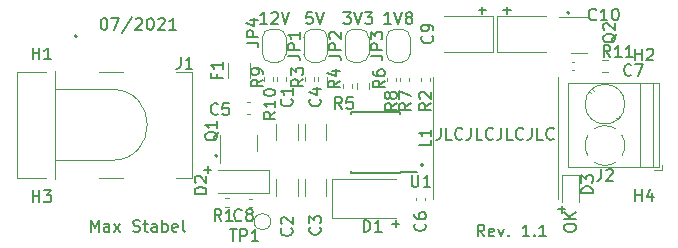
<source format=gto>
G04 #@! TF.GenerationSoftware,KiCad,Pcbnew,5.99.0-unknown-395602b12a~131~ubuntu20.04.1*
G04 #@! TF.CreationDate,2021-07-17T22:50:30+02:00*
G04 #@! TF.ProjectId,TPS5430,54505335-3433-4302-9e6b-696361645f70,1.0.0*
G04 #@! TF.SameCoordinates,Original*
G04 #@! TF.FileFunction,Legend,Top*
G04 #@! TF.FilePolarity,Positive*
%FSLAX46Y46*%
G04 Gerber Fmt 4.6, Leading zero omitted, Abs format (unit mm)*
G04 Created by KiCad (PCBNEW 5.99.0-unknown-395602b12a~131~ubuntu20.04.1) date 2021-07-17 22:50:30*
%MOMM*%
%LPD*%
G01*
G04 APERTURE LIST*
%ADD10C,0.150000*%
%ADD11C,0.200000*%
%ADD12C,0.120000*%
%ADD13C,0.100000*%
%ADD14R,2.500000X1.800000*%
%ADD15C,2.200000*%
%ADD16R,1.300000X1.700000*%
%ADD17R,1.550000X0.600000*%
%ADD18R,2.600000X3.100000*%
%ADD19C,1.000000*%
%ADD20R,4.100000X4.100000*%
%ADD21C,1.152000*%
%ADD22R,2.400000X2.400000*%
%ADD23C,2.400000*%
%ADD24R,2.800000X2.400000*%
%ADD25C,1.600000*%
%ADD26C,1.800000*%
G04 APERTURE END LIST*
D10*
X193252380Y-94795238D02*
X193252380Y-94604761D01*
X193300000Y-94509523D01*
X193395238Y-94414285D01*
X193585714Y-94366666D01*
X193919047Y-94366666D01*
X194109523Y-94414285D01*
X194204761Y-94509523D01*
X194252380Y-94604761D01*
X194252380Y-94795238D01*
X194204761Y-94890476D01*
X194109523Y-94985714D01*
X193919047Y-95033333D01*
X193585714Y-95033333D01*
X193395238Y-94985714D01*
X193300000Y-94890476D01*
X193252380Y-94795238D01*
X194252380Y-93938095D02*
X193252380Y-93938095D01*
X194252380Y-93366666D02*
X193680952Y-93795238D01*
X193252380Y-93366666D02*
X193823809Y-93938095D01*
D11*
X152000000Y-78500000D02*
G75*
G03*
X152000000Y-78500000I-100000J0D01*
G01*
X163900000Y-88600000D02*
G75*
G03*
X163900000Y-88600000I-100000J0D01*
G01*
X193700000Y-76500000D02*
G75*
G03*
X193700000Y-76500000I-100000J0D01*
G01*
X181300000Y-89400000D02*
G75*
G03*
X181300000Y-89400000I-100000J0D01*
G01*
D10*
X171909523Y-76452380D02*
X171433333Y-76452380D01*
X171385714Y-76928571D01*
X171433333Y-76880952D01*
X171528571Y-76833333D01*
X171766666Y-76833333D01*
X171861904Y-76880952D01*
X171909523Y-76928571D01*
X171957142Y-77023809D01*
X171957142Y-77261904D01*
X171909523Y-77357142D01*
X171861904Y-77404761D01*
X171766666Y-77452380D01*
X171528571Y-77452380D01*
X171433333Y-77404761D01*
X171385714Y-77357142D01*
X172242857Y-76452380D02*
X172576190Y-77452380D01*
X172909523Y-76452380D01*
X185995238Y-76307142D02*
X186604761Y-76307142D01*
X186300000Y-76611904D02*
X186300000Y-76002380D01*
X153171428Y-95052380D02*
X153171428Y-94052380D01*
X153504761Y-94766666D01*
X153838095Y-94052380D01*
X153838095Y-95052380D01*
X154742857Y-95052380D02*
X154742857Y-94528571D01*
X154695238Y-94433333D01*
X154600000Y-94385714D01*
X154409523Y-94385714D01*
X154314285Y-94433333D01*
X154742857Y-95004761D02*
X154647619Y-95052380D01*
X154409523Y-95052380D01*
X154314285Y-95004761D01*
X154266666Y-94909523D01*
X154266666Y-94814285D01*
X154314285Y-94719047D01*
X154409523Y-94671428D01*
X154647619Y-94671428D01*
X154742857Y-94623809D01*
X155123809Y-95052380D02*
X155647619Y-94385714D01*
X155123809Y-94385714D02*
X155647619Y-95052380D01*
X156742857Y-95004761D02*
X156885714Y-95052380D01*
X157123809Y-95052380D01*
X157219047Y-95004761D01*
X157266666Y-94957142D01*
X157314285Y-94861904D01*
X157314285Y-94766666D01*
X157266666Y-94671428D01*
X157219047Y-94623809D01*
X157123809Y-94576190D01*
X156933333Y-94528571D01*
X156838095Y-94480952D01*
X156790476Y-94433333D01*
X156742857Y-94338095D01*
X156742857Y-94242857D01*
X156790476Y-94147619D01*
X156838095Y-94100000D01*
X156933333Y-94052380D01*
X157171428Y-94052380D01*
X157314285Y-94100000D01*
X157600000Y-94385714D02*
X157980952Y-94385714D01*
X157742857Y-94052380D02*
X157742857Y-94909523D01*
X157790476Y-95004761D01*
X157885714Y-95052380D01*
X157980952Y-95052380D01*
X158742857Y-95052380D02*
X158742857Y-94528571D01*
X158695238Y-94433333D01*
X158600000Y-94385714D01*
X158409523Y-94385714D01*
X158314285Y-94433333D01*
X158742857Y-95004761D02*
X158647619Y-95052380D01*
X158409523Y-95052380D01*
X158314285Y-95004761D01*
X158266666Y-94909523D01*
X158266666Y-94814285D01*
X158314285Y-94719047D01*
X158409523Y-94671428D01*
X158647619Y-94671428D01*
X158742857Y-94623809D01*
X159219047Y-95052380D02*
X159219047Y-94052380D01*
X159219047Y-94433333D02*
X159314285Y-94385714D01*
X159504761Y-94385714D01*
X159600000Y-94433333D01*
X159647619Y-94480952D01*
X159695238Y-94576190D01*
X159695238Y-94861904D01*
X159647619Y-94957142D01*
X159600000Y-95004761D01*
X159504761Y-95052380D01*
X159314285Y-95052380D01*
X159219047Y-95004761D01*
X160504761Y-95004761D02*
X160409523Y-95052380D01*
X160219047Y-95052380D01*
X160123809Y-95004761D01*
X160076190Y-94909523D01*
X160076190Y-94528571D01*
X160123809Y-94433333D01*
X160219047Y-94385714D01*
X160409523Y-94385714D01*
X160504761Y-94433333D01*
X160552380Y-94528571D01*
X160552380Y-94623809D01*
X160076190Y-94719047D01*
X161123809Y-95052380D02*
X161028571Y-95004761D01*
X160980952Y-94909523D01*
X160980952Y-94052380D01*
X178695238Y-94357142D02*
X179304761Y-94357142D01*
X179000000Y-94661904D02*
X179000000Y-94052380D01*
X178580952Y-77452380D02*
X178009523Y-77452380D01*
X178295238Y-77452380D02*
X178295238Y-76452380D01*
X178200000Y-76595238D01*
X178104761Y-76690476D01*
X178009523Y-76738095D01*
X178866666Y-76452380D02*
X179200000Y-77452380D01*
X179533333Y-76452380D01*
X180009523Y-76880952D02*
X179914285Y-76833333D01*
X179866666Y-76785714D01*
X179819047Y-76690476D01*
X179819047Y-76642857D01*
X179866666Y-76547619D01*
X179914285Y-76500000D01*
X180009523Y-76452380D01*
X180200000Y-76452380D01*
X180295238Y-76500000D01*
X180342857Y-76547619D01*
X180390476Y-76642857D01*
X180390476Y-76690476D01*
X180342857Y-76785714D01*
X180295238Y-76833333D01*
X180200000Y-76880952D01*
X180009523Y-76880952D01*
X179914285Y-76928571D01*
X179866666Y-76976190D01*
X179819047Y-77071428D01*
X179819047Y-77261904D01*
X179866666Y-77357142D01*
X179914285Y-77404761D01*
X180009523Y-77452380D01*
X180200000Y-77452380D01*
X180295238Y-77404761D01*
X180342857Y-77357142D01*
X180390476Y-77261904D01*
X180390476Y-77071428D01*
X180342857Y-76976190D01*
X180295238Y-76928571D01*
X180200000Y-76880952D01*
X154247619Y-76952380D02*
X154342857Y-76952380D01*
X154438095Y-77000000D01*
X154485714Y-77047619D01*
X154533333Y-77142857D01*
X154580952Y-77333333D01*
X154580952Y-77571428D01*
X154533333Y-77761904D01*
X154485714Y-77857142D01*
X154438095Y-77904761D01*
X154342857Y-77952380D01*
X154247619Y-77952380D01*
X154152380Y-77904761D01*
X154104761Y-77857142D01*
X154057142Y-77761904D01*
X154009523Y-77571428D01*
X154009523Y-77333333D01*
X154057142Y-77142857D01*
X154104761Y-77047619D01*
X154152380Y-77000000D01*
X154247619Y-76952380D01*
X154914285Y-76952380D02*
X155580952Y-76952380D01*
X155152380Y-77952380D01*
X156676190Y-76904761D02*
X155819047Y-78190476D01*
X156961904Y-77047619D02*
X157009523Y-77000000D01*
X157104761Y-76952380D01*
X157342857Y-76952380D01*
X157438095Y-77000000D01*
X157485714Y-77047619D01*
X157533333Y-77142857D01*
X157533333Y-77238095D01*
X157485714Y-77380952D01*
X156914285Y-77952380D01*
X157533333Y-77952380D01*
X158152380Y-76952380D02*
X158247619Y-76952380D01*
X158342857Y-77000000D01*
X158390476Y-77047619D01*
X158438095Y-77142857D01*
X158485714Y-77333333D01*
X158485714Y-77571428D01*
X158438095Y-77761904D01*
X158390476Y-77857142D01*
X158342857Y-77904761D01*
X158247619Y-77952380D01*
X158152380Y-77952380D01*
X158057142Y-77904761D01*
X158009523Y-77857142D01*
X157961904Y-77761904D01*
X157914285Y-77571428D01*
X157914285Y-77333333D01*
X157961904Y-77142857D01*
X158009523Y-77047619D01*
X158057142Y-77000000D01*
X158152380Y-76952380D01*
X158866666Y-77047619D02*
X158914285Y-77000000D01*
X159009523Y-76952380D01*
X159247619Y-76952380D01*
X159342857Y-77000000D01*
X159390476Y-77047619D01*
X159438095Y-77142857D01*
X159438095Y-77238095D01*
X159390476Y-77380952D01*
X158819047Y-77952380D01*
X159438095Y-77952380D01*
X160390476Y-77952380D02*
X159819047Y-77952380D01*
X160104761Y-77952380D02*
X160104761Y-76952380D01*
X160009523Y-77095238D01*
X159914285Y-77190476D01*
X159819047Y-77238095D01*
X182780952Y-86252380D02*
X182780952Y-86966666D01*
X182733333Y-87109523D01*
X182638095Y-87204761D01*
X182495238Y-87252380D01*
X182400000Y-87252380D01*
X183733333Y-87252380D02*
X183257142Y-87252380D01*
X183257142Y-86252380D01*
X184638095Y-87157142D02*
X184590476Y-87204761D01*
X184447619Y-87252380D01*
X184352380Y-87252380D01*
X184209523Y-87204761D01*
X184114285Y-87109523D01*
X184066666Y-87014285D01*
X184019047Y-86823809D01*
X184019047Y-86680952D01*
X184066666Y-86490476D01*
X184114285Y-86395238D01*
X184209523Y-86300000D01*
X184352380Y-86252380D01*
X184447619Y-86252380D01*
X184590476Y-86300000D01*
X184638095Y-86347619D01*
X185352380Y-86252380D02*
X185352380Y-86966666D01*
X185304761Y-87109523D01*
X185209523Y-87204761D01*
X185066666Y-87252380D01*
X184971428Y-87252380D01*
X186304761Y-87252380D02*
X185828571Y-87252380D01*
X185828571Y-86252380D01*
X187209523Y-87157142D02*
X187161904Y-87204761D01*
X187019047Y-87252380D01*
X186923809Y-87252380D01*
X186780952Y-87204761D01*
X186685714Y-87109523D01*
X186638095Y-87014285D01*
X186590476Y-86823809D01*
X186590476Y-86680952D01*
X186638095Y-86490476D01*
X186685714Y-86395238D01*
X186780952Y-86300000D01*
X186923809Y-86252380D01*
X187019047Y-86252380D01*
X187161904Y-86300000D01*
X187209523Y-86347619D01*
X187923809Y-86252380D02*
X187923809Y-86966666D01*
X187876190Y-87109523D01*
X187780952Y-87204761D01*
X187638095Y-87252380D01*
X187542857Y-87252380D01*
X188876190Y-87252380D02*
X188400000Y-87252380D01*
X188400000Y-86252380D01*
X189780952Y-87157142D02*
X189733333Y-87204761D01*
X189590476Y-87252380D01*
X189495238Y-87252380D01*
X189352380Y-87204761D01*
X189257142Y-87109523D01*
X189209523Y-87014285D01*
X189161904Y-86823809D01*
X189161904Y-86680952D01*
X189209523Y-86490476D01*
X189257142Y-86395238D01*
X189352380Y-86300000D01*
X189495238Y-86252380D01*
X189590476Y-86252380D01*
X189733333Y-86300000D01*
X189780952Y-86347619D01*
X190495238Y-86252380D02*
X190495238Y-86966666D01*
X190447619Y-87109523D01*
X190352380Y-87204761D01*
X190209523Y-87252380D01*
X190114285Y-87252380D01*
X191447619Y-87252380D02*
X190971428Y-87252380D01*
X190971428Y-86252380D01*
X192352380Y-87157142D02*
X192304761Y-87204761D01*
X192161904Y-87252380D01*
X192066666Y-87252380D01*
X191923809Y-87204761D01*
X191828571Y-87109523D01*
X191780952Y-87014285D01*
X191733333Y-86823809D01*
X191733333Y-86680952D01*
X191780952Y-86490476D01*
X191828571Y-86395238D01*
X191923809Y-86300000D01*
X192066666Y-86252380D01*
X192161904Y-86252380D01*
X192304761Y-86300000D01*
X192352380Y-86347619D01*
X162745238Y-89807142D02*
X163354761Y-89807142D01*
X163050000Y-90111904D02*
X163050000Y-89502380D01*
X192745238Y-93157142D02*
X193354761Y-93157142D01*
X193050000Y-93461904D02*
X193050000Y-92852380D01*
X188095238Y-76307142D02*
X188704761Y-76307142D01*
X188400000Y-76611904D02*
X188400000Y-76002380D01*
X168080952Y-77452380D02*
X167509523Y-77452380D01*
X167795238Y-77452380D02*
X167795238Y-76452380D01*
X167700000Y-76595238D01*
X167604761Y-76690476D01*
X167509523Y-76738095D01*
X168461904Y-76547619D02*
X168509523Y-76500000D01*
X168604761Y-76452380D01*
X168842857Y-76452380D01*
X168938095Y-76500000D01*
X168985714Y-76547619D01*
X169033333Y-76642857D01*
X169033333Y-76738095D01*
X168985714Y-76880952D01*
X168414285Y-77452380D01*
X169033333Y-77452380D01*
X169319047Y-76452380D02*
X169652380Y-77452380D01*
X169985714Y-76452380D01*
X174561904Y-76452380D02*
X175180952Y-76452380D01*
X174847619Y-76833333D01*
X174990476Y-76833333D01*
X175085714Y-76880952D01*
X175133333Y-76928571D01*
X175180952Y-77023809D01*
X175180952Y-77261904D01*
X175133333Y-77357142D01*
X175085714Y-77404761D01*
X174990476Y-77452380D01*
X174704761Y-77452380D01*
X174609523Y-77404761D01*
X174561904Y-77357142D01*
X175466666Y-76452380D02*
X175800000Y-77452380D01*
X176133333Y-76452380D01*
X176371428Y-76452380D02*
X176990476Y-76452380D01*
X176657142Y-76833333D01*
X176800000Y-76833333D01*
X176895238Y-76880952D01*
X176942857Y-76928571D01*
X176990476Y-77023809D01*
X176990476Y-77261904D01*
X176942857Y-77357142D01*
X176895238Y-77404761D01*
X176800000Y-77452380D01*
X176514285Y-77452380D01*
X176419047Y-77404761D01*
X176371428Y-77357142D01*
X186490476Y-95452380D02*
X186157142Y-94976190D01*
X185919047Y-95452380D02*
X185919047Y-94452380D01*
X186300000Y-94452380D01*
X186395238Y-94500000D01*
X186442857Y-94547619D01*
X186490476Y-94642857D01*
X186490476Y-94785714D01*
X186442857Y-94880952D01*
X186395238Y-94928571D01*
X186300000Y-94976190D01*
X185919047Y-94976190D01*
X187300000Y-95404761D02*
X187204761Y-95452380D01*
X187014285Y-95452380D01*
X186919047Y-95404761D01*
X186871428Y-95309523D01*
X186871428Y-94928571D01*
X186919047Y-94833333D01*
X187014285Y-94785714D01*
X187204761Y-94785714D01*
X187300000Y-94833333D01*
X187347619Y-94928571D01*
X187347619Y-95023809D01*
X186871428Y-95119047D01*
X187680952Y-94785714D02*
X187919047Y-95452380D01*
X188157142Y-94785714D01*
X188538095Y-95357142D02*
X188585714Y-95404761D01*
X188538095Y-95452380D01*
X188490476Y-95404761D01*
X188538095Y-95357142D01*
X188538095Y-95452380D01*
X190300000Y-95452380D02*
X189728571Y-95452380D01*
X190014285Y-95452380D02*
X190014285Y-94452380D01*
X189919047Y-94595238D01*
X189823809Y-94690476D01*
X189728571Y-94738095D01*
X190728571Y-95357142D02*
X190776190Y-95404761D01*
X190728571Y-95452380D01*
X190680952Y-95404761D01*
X190728571Y-95357142D01*
X190728571Y-95452380D01*
X191728571Y-95452380D02*
X191157142Y-95452380D01*
X191442857Y-95452380D02*
X191442857Y-94452380D01*
X191347619Y-94595238D01*
X191252380Y-94690476D01*
X191157142Y-94738095D01*
X176261904Y-95052380D02*
X176261904Y-94052380D01*
X176500000Y-94052380D01*
X176642857Y-94100000D01*
X176738095Y-94195238D01*
X176785714Y-94290476D01*
X176833333Y-94480952D01*
X176833333Y-94623809D01*
X176785714Y-94814285D01*
X176738095Y-94909523D01*
X176642857Y-95004761D01*
X176500000Y-95052380D01*
X176261904Y-95052380D01*
X177785714Y-95052380D02*
X177214285Y-95052380D01*
X177500000Y-95052380D02*
X177500000Y-94052380D01*
X177404761Y-94195238D01*
X177309523Y-94290476D01*
X177214285Y-94338095D01*
X195957142Y-77057142D02*
X195909523Y-77104761D01*
X195766666Y-77152380D01*
X195671428Y-77152380D01*
X195528571Y-77104761D01*
X195433333Y-77009523D01*
X195385714Y-76914285D01*
X195338095Y-76723809D01*
X195338095Y-76580952D01*
X195385714Y-76390476D01*
X195433333Y-76295238D01*
X195528571Y-76200000D01*
X195671428Y-76152380D01*
X195766666Y-76152380D01*
X195909523Y-76200000D01*
X195957142Y-76247619D01*
X196909523Y-77152380D02*
X196338095Y-77152380D01*
X196623809Y-77152380D02*
X196623809Y-76152380D01*
X196528571Y-76295238D01*
X196433333Y-76390476D01*
X196338095Y-76438095D01*
X197528571Y-76152380D02*
X197623809Y-76152380D01*
X197719047Y-76200000D01*
X197766666Y-76247619D01*
X197814285Y-76342857D01*
X197861904Y-76533333D01*
X197861904Y-76771428D01*
X197814285Y-76961904D01*
X197766666Y-77057142D01*
X197719047Y-77104761D01*
X197623809Y-77152380D01*
X197528571Y-77152380D01*
X197433333Y-77104761D01*
X197385714Y-77057142D01*
X197338095Y-76961904D01*
X197290476Y-76771428D01*
X197290476Y-76533333D01*
X197338095Y-76342857D01*
X197385714Y-76247619D01*
X197433333Y-76200000D01*
X197528571Y-76152380D01*
X163947619Y-86595238D02*
X163900000Y-86690476D01*
X163804761Y-86785714D01*
X163661904Y-86928571D01*
X163614285Y-87023809D01*
X163614285Y-87119047D01*
X163852380Y-87071428D02*
X163804761Y-87166666D01*
X163709523Y-87261904D01*
X163519047Y-87309523D01*
X163185714Y-87309523D01*
X162995238Y-87261904D01*
X162900000Y-87166666D01*
X162852380Y-87071428D01*
X162852380Y-86880952D01*
X162900000Y-86785714D01*
X162995238Y-86690476D01*
X163185714Y-86642857D01*
X163519047Y-86642857D01*
X163709523Y-86690476D01*
X163804761Y-86785714D01*
X163852380Y-86880952D01*
X163852380Y-87071428D01*
X163852380Y-85690476D02*
X163852380Y-86261904D01*
X163852380Y-85976190D02*
X162852380Y-85976190D01*
X162995238Y-86071428D01*
X163090476Y-86166666D01*
X163138095Y-86261904D01*
X166352380Y-79033333D02*
X167066666Y-79033333D01*
X167209523Y-79080952D01*
X167304761Y-79176190D01*
X167352380Y-79319047D01*
X167352380Y-79414285D01*
X167352380Y-78557142D02*
X166352380Y-78557142D01*
X166352380Y-78176190D01*
X166400000Y-78080952D01*
X166447619Y-78033333D01*
X166542857Y-77985714D01*
X166685714Y-77985714D01*
X166780952Y-78033333D01*
X166828571Y-78080952D01*
X166876190Y-78176190D01*
X166876190Y-78557142D01*
X166685714Y-77128571D02*
X167352380Y-77128571D01*
X166304761Y-77366666D02*
X167019047Y-77604761D01*
X167019047Y-76985714D01*
X181457142Y-94366666D02*
X181504761Y-94414285D01*
X181552380Y-94557142D01*
X181552380Y-94652380D01*
X181504761Y-94795238D01*
X181409523Y-94890476D01*
X181314285Y-94938095D01*
X181123809Y-94985714D01*
X180980952Y-94985714D01*
X180790476Y-94938095D01*
X180695238Y-94890476D01*
X180600000Y-94795238D01*
X180552380Y-94652380D01*
X180552380Y-94557142D01*
X180600000Y-94414285D01*
X180647619Y-94366666D01*
X180552380Y-93509523D02*
X180552380Y-93700000D01*
X180600000Y-93795238D01*
X180647619Y-93842857D01*
X180790476Y-93938095D01*
X180980952Y-93985714D01*
X181361904Y-93985714D01*
X181457142Y-93938095D01*
X181504761Y-93890476D01*
X181552380Y-93795238D01*
X181552380Y-93604761D01*
X181504761Y-93509523D01*
X181457142Y-93461904D01*
X181361904Y-93414285D01*
X181123809Y-93414285D01*
X181028571Y-93461904D01*
X180980952Y-93509523D01*
X180933333Y-93604761D01*
X180933333Y-93795238D01*
X180980952Y-93890476D01*
X181028571Y-93938095D01*
X181123809Y-93985714D01*
X165933333Y-94057142D02*
X165885714Y-94104761D01*
X165742857Y-94152380D01*
X165647619Y-94152380D01*
X165504761Y-94104761D01*
X165409523Y-94009523D01*
X165361904Y-93914285D01*
X165314285Y-93723809D01*
X165314285Y-93580952D01*
X165361904Y-93390476D01*
X165409523Y-93295238D01*
X165504761Y-93200000D01*
X165647619Y-93152380D01*
X165742857Y-93152380D01*
X165885714Y-93200000D01*
X165933333Y-93247619D01*
X166504761Y-93580952D02*
X166409523Y-93533333D01*
X166361904Y-93485714D01*
X166314285Y-93390476D01*
X166314285Y-93342857D01*
X166361904Y-93247619D01*
X166409523Y-93200000D01*
X166504761Y-93152380D01*
X166695238Y-93152380D01*
X166790476Y-93200000D01*
X166838095Y-93247619D01*
X166885714Y-93342857D01*
X166885714Y-93390476D01*
X166838095Y-93485714D01*
X166790476Y-93533333D01*
X166695238Y-93580952D01*
X166504761Y-93580952D01*
X166409523Y-93628571D01*
X166361904Y-93676190D01*
X166314285Y-93771428D01*
X166314285Y-93961904D01*
X166361904Y-94057142D01*
X166409523Y-94104761D01*
X166504761Y-94152380D01*
X166695238Y-94152380D01*
X166790476Y-94104761D01*
X166838095Y-94057142D01*
X166885714Y-93961904D01*
X166885714Y-93771428D01*
X166838095Y-93676190D01*
X166790476Y-93628571D01*
X166695238Y-93580952D01*
X199238095Y-92452380D02*
X199238095Y-91452380D01*
X199238095Y-91928571D02*
X199809523Y-91928571D01*
X199809523Y-92452380D02*
X199809523Y-91452380D01*
X200714285Y-91785714D02*
X200714285Y-92452380D01*
X200476190Y-91404761D02*
X200238095Y-92119047D01*
X200857142Y-92119047D01*
X162952380Y-91838095D02*
X161952380Y-91838095D01*
X161952380Y-91600000D01*
X162000000Y-91457142D01*
X162095238Y-91361904D01*
X162190476Y-91314285D01*
X162380952Y-91266666D01*
X162523809Y-91266666D01*
X162714285Y-91314285D01*
X162809523Y-91361904D01*
X162904761Y-91457142D01*
X162952380Y-91600000D01*
X162952380Y-91838095D01*
X162047619Y-90885714D02*
X162000000Y-90838095D01*
X161952380Y-90742857D01*
X161952380Y-90504761D01*
X162000000Y-90409523D01*
X162047619Y-90361904D01*
X162142857Y-90314285D01*
X162238095Y-90314285D01*
X162380952Y-90361904D01*
X162952380Y-90933333D01*
X162952380Y-90314285D01*
X163933333Y-85057142D02*
X163885714Y-85104761D01*
X163742857Y-85152380D01*
X163647619Y-85152380D01*
X163504761Y-85104761D01*
X163409523Y-85009523D01*
X163361904Y-84914285D01*
X163314285Y-84723809D01*
X163314285Y-84580952D01*
X163361904Y-84390476D01*
X163409523Y-84295238D01*
X163504761Y-84200000D01*
X163647619Y-84152380D01*
X163742857Y-84152380D01*
X163885714Y-84200000D01*
X163933333Y-84247619D01*
X164838095Y-84152380D02*
X164361904Y-84152380D01*
X164314285Y-84628571D01*
X164361904Y-84580952D01*
X164457142Y-84533333D01*
X164695238Y-84533333D01*
X164790476Y-84580952D01*
X164838095Y-84628571D01*
X164885714Y-84723809D01*
X164885714Y-84961904D01*
X164838095Y-85057142D01*
X164790476Y-85104761D01*
X164695238Y-85152380D01*
X164457142Y-85152380D01*
X164361904Y-85104761D01*
X164314285Y-85057142D01*
X173352380Y-80133333D02*
X174066666Y-80133333D01*
X174209523Y-80180952D01*
X174304761Y-80276190D01*
X174352380Y-80419047D01*
X174352380Y-80514285D01*
X174352380Y-79657142D02*
X173352380Y-79657142D01*
X173352380Y-79276190D01*
X173400000Y-79180952D01*
X173447619Y-79133333D01*
X173542857Y-79085714D01*
X173685714Y-79085714D01*
X173780952Y-79133333D01*
X173828571Y-79180952D01*
X173876190Y-79276190D01*
X173876190Y-79657142D01*
X173447619Y-78704761D02*
X173400000Y-78657142D01*
X173352380Y-78561904D01*
X173352380Y-78323809D01*
X173400000Y-78228571D01*
X173447619Y-78180952D01*
X173542857Y-78133333D01*
X173638095Y-78133333D01*
X173780952Y-78180952D01*
X174352380Y-78752380D01*
X174352380Y-78133333D01*
X171152380Y-82116666D02*
X170676190Y-82450000D01*
X171152380Y-82688095D02*
X170152380Y-82688095D01*
X170152380Y-82307142D01*
X170200000Y-82211904D01*
X170247619Y-82164285D01*
X170342857Y-82116666D01*
X170485714Y-82116666D01*
X170580952Y-82164285D01*
X170628571Y-82211904D01*
X170676190Y-82307142D01*
X170676190Y-82688095D01*
X170152380Y-81783333D02*
X170152380Y-81164285D01*
X170533333Y-81497619D01*
X170533333Y-81354761D01*
X170580952Y-81259523D01*
X170628571Y-81211904D01*
X170723809Y-81164285D01*
X170961904Y-81164285D01*
X171057142Y-81211904D01*
X171104761Y-81259523D01*
X171152380Y-81354761D01*
X171152380Y-81640476D01*
X171104761Y-81735714D01*
X171057142Y-81783333D01*
X172557142Y-83816666D02*
X172604761Y-83864285D01*
X172652380Y-84007142D01*
X172652380Y-84102380D01*
X172604761Y-84245238D01*
X172509523Y-84340476D01*
X172414285Y-84388095D01*
X172223809Y-84435714D01*
X172080952Y-84435714D01*
X171890476Y-84388095D01*
X171795238Y-84340476D01*
X171700000Y-84245238D01*
X171652380Y-84102380D01*
X171652380Y-84007142D01*
X171700000Y-83864285D01*
X171747619Y-83816666D01*
X171985714Y-82959523D02*
X172652380Y-82959523D01*
X171604761Y-83197619D02*
X172319047Y-83435714D01*
X172319047Y-82816666D01*
X180252380Y-84166666D02*
X179776190Y-84500000D01*
X180252380Y-84738095D02*
X179252380Y-84738095D01*
X179252380Y-84357142D01*
X179300000Y-84261904D01*
X179347619Y-84214285D01*
X179442857Y-84166666D01*
X179585714Y-84166666D01*
X179680952Y-84214285D01*
X179728571Y-84261904D01*
X179776190Y-84357142D01*
X179776190Y-84738095D01*
X179252380Y-83833333D02*
X179252380Y-83166666D01*
X180252380Y-83595238D01*
X168802380Y-84892857D02*
X168326190Y-85226190D01*
X168802380Y-85464285D02*
X167802380Y-85464285D01*
X167802380Y-85083333D01*
X167850000Y-84988095D01*
X167897619Y-84940476D01*
X167992857Y-84892857D01*
X168135714Y-84892857D01*
X168230952Y-84940476D01*
X168278571Y-84988095D01*
X168326190Y-85083333D01*
X168326190Y-85464285D01*
X168802380Y-83940476D02*
X168802380Y-84511904D01*
X168802380Y-84226190D02*
X167802380Y-84226190D01*
X167945238Y-84321428D01*
X168040476Y-84416666D01*
X168088095Y-84511904D01*
X167802380Y-83321428D02*
X167802380Y-83226190D01*
X167850000Y-83130952D01*
X167897619Y-83083333D01*
X167992857Y-83035714D01*
X168183333Y-82988095D01*
X168421428Y-82988095D01*
X168611904Y-83035714D01*
X168707142Y-83083333D01*
X168754761Y-83130952D01*
X168802380Y-83226190D01*
X168802380Y-83321428D01*
X168754761Y-83416666D01*
X168707142Y-83464285D01*
X168611904Y-83511904D01*
X168421428Y-83559523D01*
X168183333Y-83559523D01*
X167992857Y-83511904D01*
X167897619Y-83464285D01*
X167850000Y-83416666D01*
X167802380Y-83321428D01*
X169852380Y-80133333D02*
X170566666Y-80133333D01*
X170709523Y-80180952D01*
X170804761Y-80276190D01*
X170852380Y-80419047D01*
X170852380Y-80514285D01*
X170852380Y-79657142D02*
X169852380Y-79657142D01*
X169852380Y-79276190D01*
X169900000Y-79180952D01*
X169947619Y-79133333D01*
X170042857Y-79085714D01*
X170185714Y-79085714D01*
X170280952Y-79133333D01*
X170328571Y-79180952D01*
X170376190Y-79276190D01*
X170376190Y-79657142D01*
X170852380Y-78133333D02*
X170852380Y-78704761D01*
X170852380Y-78419047D02*
X169852380Y-78419047D01*
X169995238Y-78514285D01*
X170090476Y-78609523D01*
X170138095Y-78704761D01*
X180338095Y-90252380D02*
X180338095Y-91061904D01*
X180385714Y-91157142D01*
X180433333Y-91204761D01*
X180528571Y-91252380D01*
X180719047Y-91252380D01*
X180814285Y-91204761D01*
X180861904Y-91157142D01*
X180909523Y-91061904D01*
X180909523Y-90252380D01*
X181909523Y-91252380D02*
X181338095Y-91252380D01*
X181623809Y-91252380D02*
X181623809Y-90252380D01*
X181528571Y-90395238D01*
X181433333Y-90490476D01*
X181338095Y-90538095D01*
X197157142Y-80252380D02*
X196823809Y-79776190D01*
X196585714Y-80252380D02*
X196585714Y-79252380D01*
X196966666Y-79252380D01*
X197061904Y-79300000D01*
X197109523Y-79347619D01*
X197157142Y-79442857D01*
X197157142Y-79585714D01*
X197109523Y-79680952D01*
X197061904Y-79728571D01*
X196966666Y-79776190D01*
X196585714Y-79776190D01*
X198109523Y-80252380D02*
X197538095Y-80252380D01*
X197823809Y-80252380D02*
X197823809Y-79252380D01*
X197728571Y-79395238D01*
X197633333Y-79490476D01*
X197538095Y-79538095D01*
X199061904Y-80252380D02*
X198490476Y-80252380D01*
X198776190Y-80252380D02*
X198776190Y-79252380D01*
X198680952Y-79395238D01*
X198585714Y-79490476D01*
X198490476Y-79538095D01*
X172557142Y-94666666D02*
X172604761Y-94714285D01*
X172652380Y-94857142D01*
X172652380Y-94952380D01*
X172604761Y-95095238D01*
X172509523Y-95190476D01*
X172414285Y-95238095D01*
X172223809Y-95285714D01*
X172080952Y-95285714D01*
X171890476Y-95238095D01*
X171795238Y-95190476D01*
X171700000Y-95095238D01*
X171652380Y-94952380D01*
X171652380Y-94857142D01*
X171700000Y-94714285D01*
X171747619Y-94666666D01*
X171652380Y-94333333D02*
X171652380Y-93714285D01*
X172033333Y-94047619D01*
X172033333Y-93904761D01*
X172080952Y-93809523D01*
X172128571Y-93761904D01*
X172223809Y-93714285D01*
X172461904Y-93714285D01*
X172557142Y-93761904D01*
X172604761Y-93809523D01*
X172652380Y-93904761D01*
X172652380Y-94190476D01*
X172604761Y-94285714D01*
X172557142Y-94333333D01*
X170157142Y-83816666D02*
X170204761Y-83864285D01*
X170252380Y-84007142D01*
X170252380Y-84102380D01*
X170204761Y-84245238D01*
X170109523Y-84340476D01*
X170014285Y-84388095D01*
X169823809Y-84435714D01*
X169680952Y-84435714D01*
X169490476Y-84388095D01*
X169395238Y-84340476D01*
X169300000Y-84245238D01*
X169252380Y-84102380D01*
X169252380Y-84007142D01*
X169300000Y-83864285D01*
X169347619Y-83816666D01*
X170252380Y-82864285D02*
X170252380Y-83435714D01*
X170252380Y-83150000D02*
X169252380Y-83150000D01*
X169395238Y-83245238D01*
X169490476Y-83340476D01*
X169538095Y-83435714D01*
X148238095Y-80452380D02*
X148238095Y-79452380D01*
X148238095Y-79928571D02*
X148809523Y-79928571D01*
X148809523Y-80452380D02*
X148809523Y-79452380D01*
X149809523Y-80452380D02*
X149238095Y-80452380D01*
X149523809Y-80452380D02*
X149523809Y-79452380D01*
X149428571Y-79595238D01*
X149333333Y-79690476D01*
X149238095Y-79738095D01*
X164938095Y-94852380D02*
X165509523Y-94852380D01*
X165223809Y-95852380D02*
X165223809Y-94852380D01*
X165842857Y-95852380D02*
X165842857Y-94852380D01*
X166223809Y-94852380D01*
X166319047Y-94900000D01*
X166366666Y-94947619D01*
X166414285Y-95042857D01*
X166414285Y-95185714D01*
X166366666Y-95280952D01*
X166319047Y-95328571D01*
X166223809Y-95376190D01*
X165842857Y-95376190D01*
X167366666Y-95852380D02*
X166795238Y-95852380D01*
X167080952Y-95852380D02*
X167080952Y-94852380D01*
X166985714Y-94995238D01*
X166890476Y-95090476D01*
X166795238Y-95138095D01*
X170157142Y-94766666D02*
X170204761Y-94814285D01*
X170252380Y-94957142D01*
X170252380Y-95052380D01*
X170204761Y-95195238D01*
X170109523Y-95290476D01*
X170014285Y-95338095D01*
X169823809Y-95385714D01*
X169680952Y-95385714D01*
X169490476Y-95338095D01*
X169395238Y-95290476D01*
X169300000Y-95195238D01*
X169252380Y-95052380D01*
X169252380Y-94957142D01*
X169300000Y-94814285D01*
X169347619Y-94766666D01*
X169347619Y-94385714D02*
X169300000Y-94338095D01*
X169252380Y-94242857D01*
X169252380Y-94004761D01*
X169300000Y-93909523D01*
X169347619Y-93861904D01*
X169442857Y-93814285D01*
X169538095Y-93814285D01*
X169680952Y-93861904D01*
X170252380Y-94433333D01*
X170252380Y-93814285D01*
X181952380Y-87266666D02*
X181952380Y-87742857D01*
X180952380Y-87742857D01*
X181952380Y-86409523D02*
X181952380Y-86980952D01*
X181952380Y-86695238D02*
X180952380Y-86695238D01*
X181095238Y-86790476D01*
X181190476Y-86885714D01*
X181238095Y-86980952D01*
X174252380Y-82266666D02*
X173776190Y-82600000D01*
X174252380Y-82838095D02*
X173252380Y-82838095D01*
X173252380Y-82457142D01*
X173300000Y-82361904D01*
X173347619Y-82314285D01*
X173442857Y-82266666D01*
X173585714Y-82266666D01*
X173680952Y-82314285D01*
X173728571Y-82361904D01*
X173776190Y-82457142D01*
X173776190Y-82838095D01*
X173585714Y-81409523D02*
X174252380Y-81409523D01*
X173204761Y-81647619D02*
X173919047Y-81885714D01*
X173919047Y-81266666D01*
X199238095Y-80552380D02*
X199238095Y-79552380D01*
X199238095Y-80028571D02*
X199809523Y-80028571D01*
X199809523Y-80552380D02*
X199809523Y-79552380D01*
X200238095Y-79647619D02*
X200285714Y-79600000D01*
X200380952Y-79552380D01*
X200619047Y-79552380D01*
X200714285Y-79600000D01*
X200761904Y-79647619D01*
X200809523Y-79742857D01*
X200809523Y-79838095D01*
X200761904Y-79980952D01*
X200190476Y-80552380D01*
X200809523Y-80552380D01*
X164233333Y-94152380D02*
X163900000Y-93676190D01*
X163661904Y-94152380D02*
X163661904Y-93152380D01*
X164042857Y-93152380D01*
X164138095Y-93200000D01*
X164185714Y-93247619D01*
X164233333Y-93342857D01*
X164233333Y-93485714D01*
X164185714Y-93580952D01*
X164138095Y-93628571D01*
X164042857Y-93676190D01*
X163661904Y-93676190D01*
X165185714Y-94152380D02*
X164614285Y-94152380D01*
X164900000Y-94152380D02*
X164900000Y-93152380D01*
X164804761Y-93295238D01*
X164709523Y-93390476D01*
X164614285Y-93438095D01*
X179052380Y-84166666D02*
X178576190Y-84500000D01*
X179052380Y-84738095D02*
X178052380Y-84738095D01*
X178052380Y-84357142D01*
X178100000Y-84261904D01*
X178147619Y-84214285D01*
X178242857Y-84166666D01*
X178385714Y-84166666D01*
X178480952Y-84214285D01*
X178528571Y-84261904D01*
X178576190Y-84357142D01*
X178576190Y-84738095D01*
X178480952Y-83595238D02*
X178433333Y-83690476D01*
X178385714Y-83738095D01*
X178290476Y-83785714D01*
X178242857Y-83785714D01*
X178147619Y-83738095D01*
X178100000Y-83690476D01*
X178052380Y-83595238D01*
X178052380Y-83404761D01*
X178100000Y-83309523D01*
X178147619Y-83261904D01*
X178242857Y-83214285D01*
X178290476Y-83214285D01*
X178385714Y-83261904D01*
X178433333Y-83309523D01*
X178480952Y-83404761D01*
X178480952Y-83595238D01*
X178528571Y-83690476D01*
X178576190Y-83738095D01*
X178671428Y-83785714D01*
X178861904Y-83785714D01*
X178957142Y-83738095D01*
X179004761Y-83690476D01*
X179052380Y-83595238D01*
X179052380Y-83404761D01*
X179004761Y-83309523D01*
X178957142Y-83261904D01*
X178861904Y-83214285D01*
X178671428Y-83214285D01*
X178576190Y-83261904D01*
X178528571Y-83309523D01*
X178480952Y-83404761D01*
X198933333Y-81757142D02*
X198885714Y-81804761D01*
X198742857Y-81852380D01*
X198647619Y-81852380D01*
X198504761Y-81804761D01*
X198409523Y-81709523D01*
X198361904Y-81614285D01*
X198314285Y-81423809D01*
X198314285Y-81280952D01*
X198361904Y-81090476D01*
X198409523Y-80995238D01*
X198504761Y-80900000D01*
X198647619Y-80852380D01*
X198742857Y-80852380D01*
X198885714Y-80900000D01*
X198933333Y-80947619D01*
X199266666Y-80852380D02*
X199933333Y-80852380D01*
X199504761Y-81852380D01*
X174433333Y-84652380D02*
X174100000Y-84176190D01*
X173861904Y-84652380D02*
X173861904Y-83652380D01*
X174242857Y-83652380D01*
X174338095Y-83700000D01*
X174385714Y-83747619D01*
X174433333Y-83842857D01*
X174433333Y-83985714D01*
X174385714Y-84080952D01*
X174338095Y-84128571D01*
X174242857Y-84176190D01*
X173861904Y-84176190D01*
X175338095Y-83652380D02*
X174861904Y-83652380D01*
X174814285Y-84128571D01*
X174861904Y-84080952D01*
X174957142Y-84033333D01*
X175195238Y-84033333D01*
X175290476Y-84080952D01*
X175338095Y-84128571D01*
X175385714Y-84223809D01*
X175385714Y-84461904D01*
X175338095Y-84557142D01*
X175290476Y-84604761D01*
X175195238Y-84652380D01*
X174957142Y-84652380D01*
X174861904Y-84604761D01*
X174814285Y-84557142D01*
X176852380Y-80133333D02*
X177566666Y-80133333D01*
X177709523Y-80180952D01*
X177804761Y-80276190D01*
X177852380Y-80419047D01*
X177852380Y-80514285D01*
X177852380Y-79657142D02*
X176852380Y-79657142D01*
X176852380Y-79276190D01*
X176900000Y-79180952D01*
X176947619Y-79133333D01*
X177042857Y-79085714D01*
X177185714Y-79085714D01*
X177280952Y-79133333D01*
X177328571Y-79180952D01*
X177376190Y-79276190D01*
X177376190Y-79657142D01*
X176852380Y-78752380D02*
X176852380Y-78133333D01*
X177233333Y-78466666D01*
X177233333Y-78323809D01*
X177280952Y-78228571D01*
X177328571Y-78180952D01*
X177423809Y-78133333D01*
X177661904Y-78133333D01*
X177757142Y-78180952D01*
X177804761Y-78228571D01*
X177852380Y-78323809D01*
X177852380Y-78609523D01*
X177804761Y-78704761D01*
X177757142Y-78752380D01*
X197647619Y-78295238D02*
X197600000Y-78390476D01*
X197504761Y-78485714D01*
X197361904Y-78628571D01*
X197314285Y-78723809D01*
X197314285Y-78819047D01*
X197552380Y-78771428D02*
X197504761Y-78866666D01*
X197409523Y-78961904D01*
X197219047Y-79009523D01*
X196885714Y-79009523D01*
X196695238Y-78961904D01*
X196600000Y-78866666D01*
X196552380Y-78771428D01*
X196552380Y-78580952D01*
X196600000Y-78485714D01*
X196695238Y-78390476D01*
X196885714Y-78342857D01*
X197219047Y-78342857D01*
X197409523Y-78390476D01*
X197504761Y-78485714D01*
X197552380Y-78580952D01*
X197552380Y-78771428D01*
X196647619Y-77961904D02*
X196600000Y-77914285D01*
X196552380Y-77819047D01*
X196552380Y-77580952D01*
X196600000Y-77485714D01*
X196647619Y-77438095D01*
X196742857Y-77390476D01*
X196838095Y-77390476D01*
X196980952Y-77438095D01*
X197552380Y-78009523D01*
X197552380Y-77390476D01*
X196366666Y-89752380D02*
X196366666Y-90466666D01*
X196319047Y-90609523D01*
X196223809Y-90704761D01*
X196080952Y-90752380D01*
X195985714Y-90752380D01*
X196795238Y-89847619D02*
X196842857Y-89800000D01*
X196938095Y-89752380D01*
X197176190Y-89752380D01*
X197271428Y-89800000D01*
X197319047Y-89847619D01*
X197366666Y-89942857D01*
X197366666Y-90038095D01*
X197319047Y-90180952D01*
X196747619Y-90752380D01*
X197366666Y-90752380D01*
X181952380Y-84166666D02*
X181476190Y-84500000D01*
X181952380Y-84738095D02*
X180952380Y-84738095D01*
X180952380Y-84357142D01*
X181000000Y-84261904D01*
X181047619Y-84214285D01*
X181142857Y-84166666D01*
X181285714Y-84166666D01*
X181380952Y-84214285D01*
X181428571Y-84261904D01*
X181476190Y-84357142D01*
X181476190Y-84738095D01*
X181047619Y-83785714D02*
X181000000Y-83738095D01*
X180952380Y-83642857D01*
X180952380Y-83404761D01*
X181000000Y-83309523D01*
X181047619Y-83261904D01*
X181142857Y-83214285D01*
X181238095Y-83214285D01*
X181380952Y-83261904D01*
X181952380Y-83833333D01*
X181952380Y-83214285D01*
X167752380Y-82166666D02*
X167276190Y-82500000D01*
X167752380Y-82738095D02*
X166752380Y-82738095D01*
X166752380Y-82357142D01*
X166800000Y-82261904D01*
X166847619Y-82214285D01*
X166942857Y-82166666D01*
X167085714Y-82166666D01*
X167180952Y-82214285D01*
X167228571Y-82261904D01*
X167276190Y-82357142D01*
X167276190Y-82738095D01*
X167752380Y-81690476D02*
X167752380Y-81500000D01*
X167704761Y-81404761D01*
X167657142Y-81357142D01*
X167514285Y-81261904D01*
X167323809Y-81214285D01*
X166942857Y-81214285D01*
X166847619Y-81261904D01*
X166800000Y-81309523D01*
X166752380Y-81404761D01*
X166752380Y-81595238D01*
X166800000Y-81690476D01*
X166847619Y-81738095D01*
X166942857Y-81785714D01*
X167180952Y-81785714D01*
X167276190Y-81738095D01*
X167323809Y-81690476D01*
X167371428Y-81595238D01*
X167371428Y-81404761D01*
X167323809Y-81309523D01*
X167276190Y-81261904D01*
X167180952Y-81214285D01*
X182057142Y-78466666D02*
X182104761Y-78514285D01*
X182152380Y-78657142D01*
X182152380Y-78752380D01*
X182104761Y-78895238D01*
X182009523Y-78990476D01*
X181914285Y-79038095D01*
X181723809Y-79085714D01*
X181580952Y-79085714D01*
X181390476Y-79038095D01*
X181295238Y-78990476D01*
X181200000Y-78895238D01*
X181152380Y-78752380D01*
X181152380Y-78657142D01*
X181200000Y-78514285D01*
X181247619Y-78466666D01*
X182152380Y-77990476D02*
X182152380Y-77800000D01*
X182104761Y-77704761D01*
X182057142Y-77657142D01*
X181914285Y-77561904D01*
X181723809Y-77514285D01*
X181342857Y-77514285D01*
X181247619Y-77561904D01*
X181200000Y-77609523D01*
X181152380Y-77704761D01*
X181152380Y-77895238D01*
X181200000Y-77990476D01*
X181247619Y-78038095D01*
X181342857Y-78085714D01*
X181580952Y-78085714D01*
X181676190Y-78038095D01*
X181723809Y-77990476D01*
X181771428Y-77895238D01*
X181771428Y-77704761D01*
X181723809Y-77609523D01*
X181676190Y-77561904D01*
X181580952Y-77514285D01*
X148238095Y-92552380D02*
X148238095Y-91552380D01*
X148238095Y-92028571D02*
X148809523Y-92028571D01*
X148809523Y-92552380D02*
X148809523Y-91552380D01*
X149190476Y-91552380D02*
X149809523Y-91552380D01*
X149476190Y-91933333D01*
X149619047Y-91933333D01*
X149714285Y-91980952D01*
X149761904Y-92028571D01*
X149809523Y-92123809D01*
X149809523Y-92361904D01*
X149761904Y-92457142D01*
X149714285Y-92504761D01*
X149619047Y-92552380D01*
X149333333Y-92552380D01*
X149238095Y-92504761D01*
X149190476Y-92457142D01*
X163828571Y-81733333D02*
X163828571Y-82066666D01*
X164352380Y-82066666D02*
X163352380Y-82066666D01*
X163352380Y-81590476D01*
X164352380Y-80685714D02*
X164352380Y-81257142D01*
X164352380Y-80971428D02*
X163352380Y-80971428D01*
X163495238Y-81066666D01*
X163590476Y-81161904D01*
X163638095Y-81257142D01*
X178052380Y-82266666D02*
X177576190Y-82600000D01*
X178052380Y-82838095D02*
X177052380Y-82838095D01*
X177052380Y-82457142D01*
X177100000Y-82361904D01*
X177147619Y-82314285D01*
X177242857Y-82266666D01*
X177385714Y-82266666D01*
X177480952Y-82314285D01*
X177528571Y-82361904D01*
X177576190Y-82457142D01*
X177576190Y-82838095D01*
X177052380Y-81409523D02*
X177052380Y-81600000D01*
X177100000Y-81695238D01*
X177147619Y-81742857D01*
X177290476Y-81838095D01*
X177480952Y-81885714D01*
X177861904Y-81885714D01*
X177957142Y-81838095D01*
X178004761Y-81790476D01*
X178052380Y-81695238D01*
X178052380Y-81504761D01*
X178004761Y-81409523D01*
X177957142Y-81361904D01*
X177861904Y-81314285D01*
X177623809Y-81314285D01*
X177528571Y-81361904D01*
X177480952Y-81409523D01*
X177433333Y-81504761D01*
X177433333Y-81695238D01*
X177480952Y-81790476D01*
X177528571Y-81838095D01*
X177623809Y-81885714D01*
X195682380Y-91788095D02*
X194682380Y-91788095D01*
X194682380Y-91550000D01*
X194730000Y-91407142D01*
X194825238Y-91311904D01*
X194920476Y-91264285D01*
X195110952Y-91216666D01*
X195253809Y-91216666D01*
X195444285Y-91264285D01*
X195539523Y-91311904D01*
X195634761Y-91407142D01*
X195682380Y-91550000D01*
X195682380Y-91788095D01*
X194682380Y-90883333D02*
X194682380Y-90264285D01*
X195063333Y-90597619D01*
X195063333Y-90454761D01*
X195110952Y-90359523D01*
X195158571Y-90311904D01*
X195253809Y-90264285D01*
X195491904Y-90264285D01*
X195587142Y-90311904D01*
X195634761Y-90359523D01*
X195682380Y-90454761D01*
X195682380Y-90740476D01*
X195634761Y-90835714D01*
X195587142Y-90883333D01*
X160766666Y-80252380D02*
X160766666Y-80966666D01*
X160719047Y-81109523D01*
X160623809Y-81204761D01*
X160480952Y-81252380D01*
X160385714Y-81252380D01*
X161766666Y-81252380D02*
X161195238Y-81252380D01*
X161480952Y-81252380D02*
X161480952Y-80252380D01*
X161385714Y-80395238D01*
X161290476Y-80490476D01*
X161195238Y-80538095D01*
D12*
X173600000Y-90550000D02*
X173600000Y-93850000D01*
X173600000Y-90550000D02*
X179000000Y-90550000D01*
X173600000Y-93850000D02*
X179000000Y-93850000D01*
X187540000Y-76790000D02*
X187540000Y-79810000D01*
X191750000Y-76790000D02*
X187540000Y-76790000D01*
X187540000Y-79810000D02*
X191750000Y-79810000D01*
X167260000Y-87537500D02*
X167260000Y-86887500D01*
X167260000Y-87537500D02*
X167260000Y-88187500D01*
X164140000Y-87537500D02*
X164140000Y-89212500D01*
X164140000Y-87537500D02*
X164140000Y-86887500D01*
X169000000Y-80700000D02*
X168400000Y-80700000D01*
X167700000Y-80000000D02*
X167700000Y-78600000D01*
X169700000Y-78600000D02*
X169700000Y-80000000D01*
X168400000Y-77900000D02*
X169000000Y-77900000D01*
X167700000Y-78600000D02*
G75*
G02*
X168400000Y-77900000I700000J0D01*
G01*
X169000000Y-77900000D02*
G75*
G02*
X169700000Y-78600000I0J-700000D01*
G01*
X169700000Y-80000000D02*
G75*
G02*
X169000000Y-80700000I-700000J0D01*
G01*
X168400000Y-80700000D02*
G75*
G02*
X167700000Y-80000000I0J700000D01*
G01*
X180740000Y-92172164D02*
X180740000Y-92387836D01*
X181460000Y-92172164D02*
X181460000Y-92387836D01*
X166592164Y-92960000D02*
X166807836Y-92960000D01*
X166592164Y-92240000D02*
X166807836Y-92240000D01*
X163950000Y-91800000D02*
X168250000Y-91800000D01*
X168250000Y-89800000D02*
X163950000Y-89800000D01*
X168250000Y-91800000D02*
X168250000Y-89800000D01*
X166359420Y-84090000D02*
X166640580Y-84090000D01*
X166359420Y-85110000D02*
X166640580Y-85110000D01*
X175400000Y-77900000D02*
X176000000Y-77900000D01*
X176700000Y-78600000D02*
X176700000Y-80000000D01*
X176000000Y-80700000D02*
X175400000Y-80700000D01*
X174700000Y-80000000D02*
X174700000Y-78600000D01*
X176700000Y-80000000D02*
G75*
G02*
X176000000Y-80700000I-700000J0D01*
G01*
X175400000Y-80700000D02*
G75*
G02*
X174700000Y-80000000I0J700000D01*
G01*
X176000000Y-77900000D02*
G75*
G02*
X176700000Y-78600000I0J-700000D01*
G01*
X174700000Y-78600000D02*
G75*
G02*
X175400000Y-77900000I700000J0D01*
G01*
X172080000Y-81946359D02*
X172080000Y-82253641D01*
X171320000Y-81946359D02*
X171320000Y-82253641D01*
X171290000Y-87311252D02*
X171290000Y-85888748D01*
X173110000Y-87311252D02*
X173110000Y-85888748D01*
X179320000Y-81996359D02*
X179320000Y-82303641D01*
X180080000Y-81996359D02*
X180080000Y-82303641D01*
X169680000Y-82253641D02*
X169680000Y-81946359D01*
X168920000Y-82253641D02*
X168920000Y-81946359D01*
X171200000Y-80000000D02*
X171200000Y-78600000D01*
X171900000Y-77900000D02*
X172500000Y-77900000D01*
X172500000Y-80700000D02*
X171900000Y-80700000D01*
X173200000Y-78600000D02*
X173200000Y-80000000D01*
X171900000Y-80700000D02*
G75*
G02*
X171200000Y-80000000I0J700000D01*
G01*
X173200000Y-80000000D02*
G75*
G02*
X172500000Y-80700000I-700000J0D01*
G01*
X171200000Y-78600000D02*
G75*
G02*
X171900000Y-77900000I700000J0D01*
G01*
X172500000Y-77900000D02*
G75*
G02*
X173200000Y-78600000I0J-700000D01*
G01*
D10*
X175225000Y-84925000D02*
X175225000Y-85070000D01*
X175225000Y-90075000D02*
X175225000Y-89930000D01*
X179375000Y-90025000D02*
X180775000Y-90025000D01*
X179375000Y-84925000D02*
X175225000Y-84925000D01*
X179375000Y-90075000D02*
X179375000Y-90025000D01*
X179375000Y-90075000D02*
X175225000Y-90075000D01*
X179375000Y-84925000D02*
X179375000Y-85070000D01*
D12*
X196462742Y-81522500D02*
X196937258Y-81522500D01*
X196462742Y-80477500D02*
X196937258Y-80477500D01*
X171290000Y-90588748D02*
X171290000Y-92011252D01*
X173110000Y-90588748D02*
X173110000Y-92011252D01*
X168890000Y-87311252D02*
X168890000Y-85888748D01*
X170710000Y-87311252D02*
X170710000Y-85888748D01*
X168400000Y-94200000D02*
G75*
G03*
X168400000Y-94200000I-700000J0D01*
G01*
X168890000Y-90588748D02*
X168890000Y-92011252D01*
X170710000Y-90588748D02*
X170710000Y-92011252D01*
X192700000Y-92250000D02*
X192700000Y-81950000D01*
X182100000Y-92250000D02*
X182100000Y-81950000D01*
X172420000Y-81946359D02*
X172420000Y-82253641D01*
X173180000Y-81946359D02*
X173180000Y-82253641D01*
X164843641Y-92220000D02*
X164536359Y-92220000D01*
X164843641Y-92980000D02*
X164536359Y-92980000D01*
X178220000Y-81996359D02*
X178220000Y-82303641D01*
X178980000Y-81996359D02*
X178980000Y-82303641D01*
X193892164Y-80640000D02*
X194107836Y-80640000D01*
X193892164Y-81360000D02*
X194107836Y-81360000D01*
X174520000Y-82546359D02*
X174520000Y-82853641D01*
X175280000Y-82546359D02*
X175280000Y-82853641D01*
X180200000Y-78600000D02*
X180200000Y-80000000D01*
X179500000Y-80700000D02*
X178900000Y-80700000D01*
X178900000Y-77900000D02*
X179500000Y-77900000D01*
X178200000Y-80000000D02*
X178200000Y-78600000D01*
X180200000Y-80000000D02*
G75*
G02*
X179500000Y-80700000I-700000J0D01*
G01*
X178900000Y-80700000D02*
G75*
G02*
X178200000Y-80000000I0J700000D01*
G01*
X179500000Y-77900000D02*
G75*
G02*
X180200000Y-78600000I0J-700000D01*
G01*
X178200000Y-78600000D02*
G75*
G02*
X178900000Y-77900000I700000J0D01*
G01*
X194500000Y-76840000D02*
X192825000Y-76840000D01*
X194500000Y-79960000D02*
X195150000Y-79960000D01*
X194500000Y-79960000D02*
X193850000Y-79960000D01*
X194500000Y-76840000D02*
X195150000Y-76840000D01*
X201500000Y-89800000D02*
X201500000Y-89400000D01*
X195631000Y-82975000D02*
X195759000Y-83104000D01*
X201260000Y-89560000D02*
X201260000Y-82440000D01*
X197881000Y-85225000D02*
X197974000Y-85319000D01*
X193540000Y-89560000D02*
X193540000Y-82440000D01*
X193540000Y-89560000D02*
X201260000Y-89560000D01*
X193540000Y-82440000D02*
X201260000Y-82440000D01*
X197641000Y-85395000D02*
X197769000Y-85524000D01*
X199700000Y-89560000D02*
X199700000Y-82440000D01*
X200860000Y-89800000D02*
X201500000Y-89800000D01*
X195425000Y-83180000D02*
X195519000Y-83274000D01*
X200800000Y-89560000D02*
X200800000Y-82440000D01*
X195274642Y-88639894D02*
G75*
G02*
X195260000Y-86884000I1425358J889894D01*
G01*
X198124721Y-86859736D02*
G75*
G02*
X198380000Y-87750000I-1424721J-890264D01*
G01*
X198380099Y-87721326D02*
G75*
G02*
X198140000Y-88616000I-1680099J-28674D01*
G01*
X197589894Y-89175358D02*
G75*
G02*
X195834000Y-89190000I-889894J1425358D01*
G01*
X195809807Y-86324495D02*
G75*
G02*
X197591000Y-86325000I890193J-1425505D01*
G01*
X198380000Y-84250000D02*
G75*
G03*
X198380000Y-84250000I-1680000J0D01*
G01*
X181880000Y-82303641D02*
X181880000Y-81996359D01*
X181120000Y-82303641D02*
X181120000Y-81996359D01*
X168580000Y-81946359D02*
X168580000Y-82253641D01*
X167820000Y-81946359D02*
X167820000Y-82253641D01*
X187260000Y-79810000D02*
X187260000Y-76790000D01*
X183050000Y-79810000D02*
X187260000Y-79810000D01*
X187260000Y-76790000D02*
X183050000Y-76790000D01*
X164790000Y-80797936D02*
X164790000Y-82002064D01*
X166610000Y-80797936D02*
X166610000Y-82002064D01*
X175677500Y-82937258D02*
X175677500Y-82462742D01*
X176722500Y-82937258D02*
X176722500Y-82462742D01*
X194535000Y-92500000D02*
X194535000Y-90215000D01*
X193065000Y-90215000D02*
X193065000Y-92500000D01*
X194535000Y-90215000D02*
X193065000Y-90215000D01*
X150150000Y-90560000D02*
X150150000Y-81440000D01*
D13*
X160400000Y-81500000D02*
X161700000Y-81500000D01*
D12*
X150150000Y-83000000D02*
X154950000Y-83000000D01*
D13*
X146900000Y-81500000D02*
X146900000Y-90500000D01*
D12*
X150150000Y-89000000D02*
X154950000Y-89000000D01*
D13*
X149400000Y-81500000D02*
X146900000Y-81500000D01*
X161700000Y-90500000D02*
X160400000Y-90500000D01*
X153900000Y-81500000D02*
X155900000Y-81500000D01*
X161700000Y-81500000D02*
X161700000Y-90500000D01*
X146900000Y-90500000D02*
X149400000Y-90500000D01*
X153900000Y-90500000D02*
X155900000Y-90500000D01*
D12*
X154950000Y-83000000D02*
G75*
G02*
X154950000Y-89000000I0J-3000000D01*
G01*
%LPC*%
D14*
X175000000Y-92200000D03*
X179000000Y-92200000D03*
G36*
G01*
X187800000Y-79225000D02*
X187800000Y-77375000D01*
G75*
G02*
X188050000Y-77125000I250000J0D01*
G01*
X188875000Y-77125000D01*
G75*
G02*
X189125000Y-77375000I0J-250000D01*
G01*
X189125000Y-79225000D01*
G75*
G02*
X188875000Y-79475000I-250000J0D01*
G01*
X188050000Y-79475000D01*
G75*
G02*
X187800000Y-79225000I0J250000D01*
G01*
G37*
G36*
G01*
X190875000Y-79225000D02*
X190875000Y-77375000D01*
G75*
G02*
X191125000Y-77125000I250000J0D01*
G01*
X191950000Y-77125000D01*
G75*
G02*
X192200000Y-77375000I0J-250000D01*
G01*
X192200000Y-79225000D01*
G75*
G02*
X191950000Y-79475000I-250000J0D01*
G01*
X191125000Y-79475000D01*
G75*
G02*
X190875000Y-79225000I0J250000D01*
G01*
G37*
G36*
G01*
X164900000Y-89212500D02*
X164600000Y-89212500D01*
G75*
G02*
X164450000Y-89062500I0J150000D01*
G01*
X164450000Y-87887500D01*
G75*
G02*
X164600000Y-87737500I150000J0D01*
G01*
X164900000Y-87737500D01*
G75*
G02*
X165050000Y-87887500I0J-150000D01*
G01*
X165050000Y-89062500D01*
G75*
G02*
X164900000Y-89212500I-150000J0D01*
G01*
G37*
G36*
G01*
X166800000Y-89212500D02*
X166500000Y-89212500D01*
G75*
G02*
X166350000Y-89062500I0J150000D01*
G01*
X166350000Y-87887500D01*
G75*
G02*
X166500000Y-87737500I150000J0D01*
G01*
X166800000Y-87737500D01*
G75*
G02*
X166950000Y-87887500I0J-150000D01*
G01*
X166950000Y-89062500D01*
G75*
G02*
X166800000Y-89212500I-150000J0D01*
G01*
G37*
G36*
G01*
X165850000Y-87337500D02*
X165550000Y-87337500D01*
G75*
G02*
X165400000Y-87187500I0J150000D01*
G01*
X165400000Y-86012500D01*
G75*
G02*
X165550000Y-85862500I150000J0D01*
G01*
X165850000Y-85862500D01*
G75*
G02*
X166000000Y-86012500I0J-150000D01*
G01*
X166000000Y-87187500D01*
G75*
G02*
X165850000Y-87337500I-150000J0D01*
G01*
G37*
G36*
X169450000Y-79450000D02*
G01*
X169450000Y-79950000D01*
X169445033Y-79950000D01*
X169443568Y-80029941D01*
X169401293Y-80165256D01*
X169322738Y-80283266D01*
X169214219Y-80374486D01*
X169084460Y-80431581D01*
X168950000Y-80449164D01*
X168950000Y-80450000D01*
X168450000Y-80450000D01*
X168450000Y-80449164D01*
X168443891Y-80449963D01*
X168303814Y-80428152D01*
X168175489Y-80367904D01*
X168069231Y-80274060D01*
X167993583Y-80154165D01*
X167954626Y-80017858D01*
X167955041Y-79950000D01*
X167950000Y-79950000D01*
X167950000Y-79450000D01*
X169450000Y-79450000D01*
G37*
G36*
X167955041Y-78650000D02*
G01*
X167955492Y-78576095D01*
X167996111Y-78440274D01*
X168073218Y-78321312D01*
X168180615Y-78228774D01*
X168309667Y-78170097D01*
X168450000Y-78150000D01*
X168950000Y-78150000D01*
X168962216Y-78150149D01*
X169102017Y-78173669D01*
X169229596Y-78235481D01*
X169334700Y-78330616D01*
X169408877Y-78451426D01*
X169446166Y-78588199D01*
X169445033Y-78650000D01*
X169450000Y-78650000D01*
X169450000Y-79150000D01*
X167950000Y-79150000D01*
X167950000Y-78650000D01*
X167955041Y-78650000D01*
G37*
G36*
G01*
X180930000Y-91520000D02*
X181270000Y-91520000D01*
G75*
G02*
X181410000Y-91660000I0J-140000D01*
G01*
X181410000Y-91940000D01*
G75*
G02*
X181270000Y-92080000I-140000J0D01*
G01*
X180930000Y-92080000D01*
G75*
G02*
X180790000Y-91940000I0J140000D01*
G01*
X180790000Y-91660000D01*
G75*
G02*
X180930000Y-91520000I140000J0D01*
G01*
G37*
G36*
G01*
X180930000Y-92480000D02*
X181270000Y-92480000D01*
G75*
G02*
X181410000Y-92620000I0J-140000D01*
G01*
X181410000Y-92900000D01*
G75*
G02*
X181270000Y-93040000I-140000J0D01*
G01*
X180930000Y-93040000D01*
G75*
G02*
X180790000Y-92900000I0J140000D01*
G01*
X180790000Y-92620000D01*
G75*
G02*
X180930000Y-92480000I140000J0D01*
G01*
G37*
G36*
G01*
X165940000Y-92770000D02*
X165940000Y-92430000D01*
G75*
G02*
X166080000Y-92290000I140000J0D01*
G01*
X166360000Y-92290000D01*
G75*
G02*
X166500000Y-92430000I0J-140000D01*
G01*
X166500000Y-92770000D01*
G75*
G02*
X166360000Y-92910000I-140000J0D01*
G01*
X166080000Y-92910000D01*
G75*
G02*
X165940000Y-92770000I0J140000D01*
G01*
G37*
G36*
G01*
X166900000Y-92770000D02*
X166900000Y-92430000D01*
G75*
G02*
X167040000Y-92290000I140000J0D01*
G01*
X167320000Y-92290000D01*
G75*
G02*
X167460000Y-92430000I0J-140000D01*
G01*
X167460000Y-92770000D01*
G75*
G02*
X167320000Y-92910000I-140000J0D01*
G01*
X167040000Y-92910000D01*
G75*
G02*
X166900000Y-92770000I0J140000D01*
G01*
G37*
D15*
X200000000Y-94000000D03*
D16*
X167450000Y-90800000D03*
X163950000Y-90800000D03*
G36*
G01*
X165275000Y-84850000D02*
X165275000Y-84350000D01*
G75*
G02*
X165500000Y-84125000I225000J0D01*
G01*
X165950000Y-84125000D01*
G75*
G02*
X166175000Y-84350000I0J-225000D01*
G01*
X166175000Y-84850000D01*
G75*
G02*
X165950000Y-85075000I-225000J0D01*
G01*
X165500000Y-85075000D01*
G75*
G02*
X165275000Y-84850000I0J225000D01*
G01*
G37*
G36*
G01*
X166825000Y-84850000D02*
X166825000Y-84350000D01*
G75*
G02*
X167050000Y-84125000I225000J0D01*
G01*
X167500000Y-84125000D01*
G75*
G02*
X167725000Y-84350000I0J-225000D01*
G01*
X167725000Y-84850000D01*
G75*
G02*
X167500000Y-85075000I-225000J0D01*
G01*
X167050000Y-85075000D01*
G75*
G02*
X166825000Y-84850000I0J225000D01*
G01*
G37*
G36*
X176450000Y-79450000D02*
G01*
X176450000Y-79950000D01*
X176445033Y-79950000D01*
X176443568Y-80029941D01*
X176401293Y-80165256D01*
X176322738Y-80283266D01*
X176214219Y-80374486D01*
X176084460Y-80431581D01*
X175950000Y-80449164D01*
X175950000Y-80450000D01*
X175450000Y-80450000D01*
X175450000Y-80449164D01*
X175443891Y-80449963D01*
X175303814Y-80428152D01*
X175175489Y-80367904D01*
X175069231Y-80274060D01*
X174993583Y-80154165D01*
X174954626Y-80017858D01*
X174955041Y-79950000D01*
X174950000Y-79950000D01*
X174950000Y-79450000D01*
X176450000Y-79450000D01*
G37*
G36*
X174955041Y-78650000D02*
G01*
X174955492Y-78576095D01*
X174996111Y-78440274D01*
X175073218Y-78321312D01*
X175180615Y-78228774D01*
X175309667Y-78170097D01*
X175450000Y-78150000D01*
X175950000Y-78150000D01*
X175962216Y-78150149D01*
X176102017Y-78173669D01*
X176229596Y-78235481D01*
X176334700Y-78330616D01*
X176408877Y-78451426D01*
X176446166Y-78588199D01*
X176445033Y-78650000D01*
X176450000Y-78650000D01*
X176450000Y-79150000D01*
X174950000Y-79150000D01*
X174950000Y-78650000D01*
X174955041Y-78650000D01*
G37*
G36*
G01*
X171515000Y-81320000D02*
X171885000Y-81320000D01*
G75*
G02*
X172020000Y-81455000I0J-135000D01*
G01*
X172020000Y-81725000D01*
G75*
G02*
X171885000Y-81860000I-135000J0D01*
G01*
X171515000Y-81860000D01*
G75*
G02*
X171380000Y-81725000I0J135000D01*
G01*
X171380000Y-81455000D01*
G75*
G02*
X171515000Y-81320000I135000J0D01*
G01*
G37*
G36*
G01*
X171515000Y-82340000D02*
X171885000Y-82340000D01*
G75*
G02*
X172020000Y-82475000I0J-135000D01*
G01*
X172020000Y-82745000D01*
G75*
G02*
X171885000Y-82880000I-135000J0D01*
G01*
X171515000Y-82880000D01*
G75*
G02*
X171380000Y-82745000I0J135000D01*
G01*
X171380000Y-82475000D01*
G75*
G02*
X171515000Y-82340000I135000J0D01*
G01*
G37*
G36*
G01*
X172850000Y-88650000D02*
X171550000Y-88650000D01*
G75*
G02*
X171300000Y-88400000I0J250000D01*
G01*
X171300000Y-87750000D01*
G75*
G02*
X171550000Y-87500000I250000J0D01*
G01*
X172850000Y-87500000D01*
G75*
G02*
X173100000Y-87750000I0J-250000D01*
G01*
X173100000Y-88400000D01*
G75*
G02*
X172850000Y-88650000I-250000J0D01*
G01*
G37*
G36*
G01*
X172850000Y-85700000D02*
X171550000Y-85700000D01*
G75*
G02*
X171300000Y-85450000I0J250000D01*
G01*
X171300000Y-84800000D01*
G75*
G02*
X171550000Y-84550000I250000J0D01*
G01*
X172850000Y-84550000D01*
G75*
G02*
X173100000Y-84800000I0J-250000D01*
G01*
X173100000Y-85450000D01*
G75*
G02*
X172850000Y-85700000I-250000J0D01*
G01*
G37*
G36*
G01*
X179515000Y-81370000D02*
X179885000Y-81370000D01*
G75*
G02*
X180020000Y-81505000I0J-135000D01*
G01*
X180020000Y-81775000D01*
G75*
G02*
X179885000Y-81910000I-135000J0D01*
G01*
X179515000Y-81910000D01*
G75*
G02*
X179380000Y-81775000I0J135000D01*
G01*
X179380000Y-81505000D01*
G75*
G02*
X179515000Y-81370000I135000J0D01*
G01*
G37*
G36*
G01*
X179515000Y-82390000D02*
X179885000Y-82390000D01*
G75*
G02*
X180020000Y-82525000I0J-135000D01*
G01*
X180020000Y-82795000D01*
G75*
G02*
X179885000Y-82930000I-135000J0D01*
G01*
X179515000Y-82930000D01*
G75*
G02*
X179380000Y-82795000I0J135000D01*
G01*
X179380000Y-82525000D01*
G75*
G02*
X179515000Y-82390000I135000J0D01*
G01*
G37*
G36*
G01*
X169485000Y-82880000D02*
X169115000Y-82880000D01*
G75*
G02*
X168980000Y-82745000I0J135000D01*
G01*
X168980000Y-82475000D01*
G75*
G02*
X169115000Y-82340000I135000J0D01*
G01*
X169485000Y-82340000D01*
G75*
G02*
X169620000Y-82475000I0J-135000D01*
G01*
X169620000Y-82745000D01*
G75*
G02*
X169485000Y-82880000I-135000J0D01*
G01*
G37*
G36*
G01*
X169485000Y-81860000D02*
X169115000Y-81860000D01*
G75*
G02*
X168980000Y-81725000I0J135000D01*
G01*
X168980000Y-81455000D01*
G75*
G02*
X169115000Y-81320000I135000J0D01*
G01*
X169485000Y-81320000D01*
G75*
G02*
X169620000Y-81455000I0J-135000D01*
G01*
X169620000Y-81725000D01*
G75*
G02*
X169485000Y-81860000I-135000J0D01*
G01*
G37*
G36*
X172950000Y-79450000D02*
G01*
X172950000Y-79950000D01*
X172945033Y-79950000D01*
X172943568Y-80029941D01*
X172901293Y-80165256D01*
X172822738Y-80283266D01*
X172714219Y-80374486D01*
X172584460Y-80431581D01*
X172450000Y-80449164D01*
X172450000Y-80450000D01*
X171950000Y-80450000D01*
X171950000Y-80449164D01*
X171943891Y-80449963D01*
X171803814Y-80428152D01*
X171675489Y-80367904D01*
X171569231Y-80274060D01*
X171493583Y-80154165D01*
X171454626Y-80017858D01*
X171455041Y-79950000D01*
X171450000Y-79950000D01*
X171450000Y-79450000D01*
X172950000Y-79450000D01*
G37*
G36*
X171455041Y-78650000D02*
G01*
X171455492Y-78576095D01*
X171496111Y-78440274D01*
X171573218Y-78321312D01*
X171680615Y-78228774D01*
X171809667Y-78170097D01*
X171950000Y-78150000D01*
X172450000Y-78150000D01*
X172462216Y-78150149D01*
X172602017Y-78173669D01*
X172729596Y-78235481D01*
X172834700Y-78330616D01*
X172908877Y-78451426D01*
X172946166Y-78588199D01*
X172945033Y-78650000D01*
X172950000Y-78650000D01*
X172950000Y-79150000D01*
X171450000Y-79150000D01*
X171450000Y-78650000D01*
X171455041Y-78650000D01*
G37*
D17*
X180000000Y-89405000D03*
X180000000Y-88135000D03*
X180000000Y-86865000D03*
X180000000Y-85595000D03*
X174600000Y-85595000D03*
X174600000Y-86865000D03*
X174600000Y-88135000D03*
X174600000Y-89405000D03*
D18*
X177300000Y-87500000D03*
G36*
G01*
X195475000Y-81275000D02*
X195475000Y-80725000D01*
G75*
G02*
X195675000Y-80525000I200000J0D01*
G01*
X196075000Y-80525000D01*
G75*
G02*
X196275000Y-80725000I0J-200000D01*
G01*
X196275000Y-81275000D01*
G75*
G02*
X196075000Y-81475000I-200000J0D01*
G01*
X195675000Y-81475000D01*
G75*
G02*
X195475000Y-81275000I0J200000D01*
G01*
G37*
G36*
G01*
X197125000Y-81275000D02*
X197125000Y-80725000D01*
G75*
G02*
X197325000Y-80525000I200000J0D01*
G01*
X197725000Y-80525000D01*
G75*
G02*
X197925000Y-80725000I0J-200000D01*
G01*
X197925000Y-81275000D01*
G75*
G02*
X197725000Y-81475000I-200000J0D01*
G01*
X197325000Y-81475000D01*
G75*
G02*
X197125000Y-81275000I0J200000D01*
G01*
G37*
G36*
G01*
X171550000Y-89250000D02*
X172850000Y-89250000D01*
G75*
G02*
X173100000Y-89500000I0J-250000D01*
G01*
X173100000Y-90150000D01*
G75*
G02*
X172850000Y-90400000I-250000J0D01*
G01*
X171550000Y-90400000D01*
G75*
G02*
X171300000Y-90150000I0J250000D01*
G01*
X171300000Y-89500000D01*
G75*
G02*
X171550000Y-89250000I250000J0D01*
G01*
G37*
G36*
G01*
X171550000Y-92200000D02*
X172850000Y-92200000D01*
G75*
G02*
X173100000Y-92450000I0J-250000D01*
G01*
X173100000Y-93100000D01*
G75*
G02*
X172850000Y-93350000I-250000J0D01*
G01*
X171550000Y-93350000D01*
G75*
G02*
X171300000Y-93100000I0J250000D01*
G01*
X171300000Y-92450000D01*
G75*
G02*
X171550000Y-92200000I250000J0D01*
G01*
G37*
G36*
G01*
X170450000Y-88650000D02*
X169150000Y-88650000D01*
G75*
G02*
X168900000Y-88400000I0J250000D01*
G01*
X168900000Y-87750000D01*
G75*
G02*
X169150000Y-87500000I250000J0D01*
G01*
X170450000Y-87500000D01*
G75*
G02*
X170700000Y-87750000I0J-250000D01*
G01*
X170700000Y-88400000D01*
G75*
G02*
X170450000Y-88650000I-250000J0D01*
G01*
G37*
G36*
G01*
X170450000Y-85700000D02*
X169150000Y-85700000D01*
G75*
G02*
X168900000Y-85450000I0J250000D01*
G01*
X168900000Y-84800000D01*
G75*
G02*
X169150000Y-84550000I250000J0D01*
G01*
X170450000Y-84550000D01*
G75*
G02*
X170700000Y-84800000I0J-250000D01*
G01*
X170700000Y-85450000D01*
G75*
G02*
X170450000Y-85700000I-250000J0D01*
G01*
G37*
D15*
X149000000Y-78000000D03*
D19*
X167700000Y-94200000D03*
G36*
G01*
X169150000Y-89250000D02*
X170450000Y-89250000D01*
G75*
G02*
X170700000Y-89500000I0J-250000D01*
G01*
X170700000Y-90150000D01*
G75*
G02*
X170450000Y-90400000I-250000J0D01*
G01*
X169150000Y-90400000D01*
G75*
G02*
X168900000Y-90150000I0J250000D01*
G01*
X168900000Y-89500000D01*
G75*
G02*
X169150000Y-89250000I250000J0D01*
G01*
G37*
G36*
G01*
X169150000Y-92200000D02*
X170450000Y-92200000D01*
G75*
G02*
X170700000Y-92450000I0J-250000D01*
G01*
X170700000Y-93100000D01*
G75*
G02*
X170450000Y-93350000I-250000J0D01*
G01*
X169150000Y-93350000D01*
G75*
G02*
X168900000Y-93100000I0J250000D01*
G01*
X168900000Y-92450000D01*
G75*
G02*
X169150000Y-92200000I250000J0D01*
G01*
G37*
D20*
X187400000Y-91850000D03*
X187400000Y-82350000D03*
G36*
G01*
X172615000Y-81320000D02*
X172985000Y-81320000D01*
G75*
G02*
X173120000Y-81455000I0J-135000D01*
G01*
X173120000Y-81725000D01*
G75*
G02*
X172985000Y-81860000I-135000J0D01*
G01*
X172615000Y-81860000D01*
G75*
G02*
X172480000Y-81725000I0J135000D01*
G01*
X172480000Y-81455000D01*
G75*
G02*
X172615000Y-81320000I135000J0D01*
G01*
G37*
G36*
G01*
X172615000Y-82340000D02*
X172985000Y-82340000D01*
G75*
G02*
X173120000Y-82475000I0J-135000D01*
G01*
X173120000Y-82745000D01*
G75*
G02*
X172985000Y-82880000I-135000J0D01*
G01*
X172615000Y-82880000D01*
G75*
G02*
X172480000Y-82745000I0J135000D01*
G01*
X172480000Y-82475000D01*
G75*
G02*
X172615000Y-82340000I135000J0D01*
G01*
G37*
D21*
X152750000Y-77500000D03*
D15*
X200000000Y-78000000D03*
G36*
G01*
X165470000Y-92415000D02*
X165470000Y-92785000D01*
G75*
G02*
X165335000Y-92920000I-135000J0D01*
G01*
X165065000Y-92920000D01*
G75*
G02*
X164930000Y-92785000I0J135000D01*
G01*
X164930000Y-92415000D01*
G75*
G02*
X165065000Y-92280000I135000J0D01*
G01*
X165335000Y-92280000D01*
G75*
G02*
X165470000Y-92415000I0J-135000D01*
G01*
G37*
G36*
G01*
X164450000Y-92415000D02*
X164450000Y-92785000D01*
G75*
G02*
X164315000Y-92920000I-135000J0D01*
G01*
X164045000Y-92920000D01*
G75*
G02*
X163910000Y-92785000I0J135000D01*
G01*
X163910000Y-92415000D01*
G75*
G02*
X164045000Y-92280000I135000J0D01*
G01*
X164315000Y-92280000D01*
G75*
G02*
X164450000Y-92415000I0J-135000D01*
G01*
G37*
G36*
G01*
X178415000Y-81370000D02*
X178785000Y-81370000D01*
G75*
G02*
X178920000Y-81505000I0J-135000D01*
G01*
X178920000Y-81775000D01*
G75*
G02*
X178785000Y-81910000I-135000J0D01*
G01*
X178415000Y-81910000D01*
G75*
G02*
X178280000Y-81775000I0J135000D01*
G01*
X178280000Y-81505000D01*
G75*
G02*
X178415000Y-81370000I135000J0D01*
G01*
G37*
G36*
G01*
X178415000Y-82390000D02*
X178785000Y-82390000D01*
G75*
G02*
X178920000Y-82525000I0J-135000D01*
G01*
X178920000Y-82795000D01*
G75*
G02*
X178785000Y-82930000I-135000J0D01*
G01*
X178415000Y-82930000D01*
G75*
G02*
X178280000Y-82795000I0J135000D01*
G01*
X178280000Y-82525000D01*
G75*
G02*
X178415000Y-82390000I135000J0D01*
G01*
G37*
D21*
X196250000Y-94500000D03*
G36*
G01*
X193240000Y-81170000D02*
X193240000Y-80830000D01*
G75*
G02*
X193380000Y-80690000I140000J0D01*
G01*
X193660000Y-80690000D01*
G75*
G02*
X193800000Y-80830000I0J-140000D01*
G01*
X193800000Y-81170000D01*
G75*
G02*
X193660000Y-81310000I-140000J0D01*
G01*
X193380000Y-81310000D01*
G75*
G02*
X193240000Y-81170000I0J140000D01*
G01*
G37*
G36*
G01*
X194200000Y-81170000D02*
X194200000Y-80830000D01*
G75*
G02*
X194340000Y-80690000I140000J0D01*
G01*
X194620000Y-80690000D01*
G75*
G02*
X194760000Y-80830000I0J-140000D01*
G01*
X194760000Y-81170000D01*
G75*
G02*
X194620000Y-81310000I-140000J0D01*
G01*
X194340000Y-81310000D01*
G75*
G02*
X194200000Y-81170000I0J140000D01*
G01*
G37*
G36*
G01*
X174715000Y-81920000D02*
X175085000Y-81920000D01*
G75*
G02*
X175220000Y-82055000I0J-135000D01*
G01*
X175220000Y-82325000D01*
G75*
G02*
X175085000Y-82460000I-135000J0D01*
G01*
X174715000Y-82460000D01*
G75*
G02*
X174580000Y-82325000I0J135000D01*
G01*
X174580000Y-82055000D01*
G75*
G02*
X174715000Y-81920000I135000J0D01*
G01*
G37*
G36*
G01*
X174715000Y-82940000D02*
X175085000Y-82940000D01*
G75*
G02*
X175220000Y-83075000I0J-135000D01*
G01*
X175220000Y-83345000D01*
G75*
G02*
X175085000Y-83480000I-135000J0D01*
G01*
X174715000Y-83480000D01*
G75*
G02*
X174580000Y-83345000I0J135000D01*
G01*
X174580000Y-83075000D01*
G75*
G02*
X174715000Y-82940000I135000J0D01*
G01*
G37*
G36*
X179950000Y-79450000D02*
G01*
X179950000Y-79950000D01*
X179945033Y-79950000D01*
X179943568Y-80029941D01*
X179901293Y-80165256D01*
X179822738Y-80283266D01*
X179714219Y-80374486D01*
X179584460Y-80431581D01*
X179450000Y-80449164D01*
X179450000Y-80450000D01*
X178950000Y-80450000D01*
X178950000Y-80449164D01*
X178943891Y-80449963D01*
X178803814Y-80428152D01*
X178675489Y-80367904D01*
X178569231Y-80274060D01*
X178493583Y-80154165D01*
X178454626Y-80017858D01*
X178455041Y-79950000D01*
X178450000Y-79950000D01*
X178450000Y-79450000D01*
X179950000Y-79450000D01*
G37*
G36*
X178455041Y-78650000D02*
G01*
X178455492Y-78576095D01*
X178496111Y-78440274D01*
X178573218Y-78321312D01*
X178680615Y-78228774D01*
X178809667Y-78170097D01*
X178950000Y-78150000D01*
X179450000Y-78150000D01*
X179462216Y-78150149D01*
X179602017Y-78173669D01*
X179729596Y-78235481D01*
X179834700Y-78330616D01*
X179908877Y-78451426D01*
X179946166Y-78588199D01*
X179945033Y-78650000D01*
X179950000Y-78650000D01*
X179950000Y-79150000D01*
X178450000Y-79150000D01*
X178450000Y-78650000D01*
X178455041Y-78650000D01*
G37*
G36*
G01*
X192825000Y-77600000D02*
X192825000Y-77300000D01*
G75*
G02*
X192975000Y-77150000I150000J0D01*
G01*
X194150000Y-77150000D01*
G75*
G02*
X194300000Y-77300000I0J-150000D01*
G01*
X194300000Y-77600000D01*
G75*
G02*
X194150000Y-77750000I-150000J0D01*
G01*
X192975000Y-77750000D01*
G75*
G02*
X192825000Y-77600000I0J150000D01*
G01*
G37*
G36*
G01*
X192825000Y-79500000D02*
X192825000Y-79200000D01*
G75*
G02*
X192975000Y-79050000I150000J0D01*
G01*
X194150000Y-79050000D01*
G75*
G02*
X194300000Y-79200000I0J-150000D01*
G01*
X194300000Y-79500000D01*
G75*
G02*
X194150000Y-79650000I-150000J0D01*
G01*
X192975000Y-79650000D01*
G75*
G02*
X192825000Y-79500000I0J150000D01*
G01*
G37*
G36*
G01*
X194700000Y-78550000D02*
X194700000Y-78250000D01*
G75*
G02*
X194850000Y-78100000I150000J0D01*
G01*
X196025000Y-78100000D01*
G75*
G02*
X196175000Y-78250000I0J-150000D01*
G01*
X196175000Y-78550000D01*
G75*
G02*
X196025000Y-78700000I-150000J0D01*
G01*
X194850000Y-78700000D01*
G75*
G02*
X194700000Y-78550000I0J150000D01*
G01*
G37*
D22*
X196700000Y-87750000D03*
D23*
X196700000Y-84250000D03*
G36*
G01*
X181685000Y-82930000D02*
X181315000Y-82930000D01*
G75*
G02*
X181180000Y-82795000I0J135000D01*
G01*
X181180000Y-82525000D01*
G75*
G02*
X181315000Y-82390000I135000J0D01*
G01*
X181685000Y-82390000D01*
G75*
G02*
X181820000Y-82525000I0J-135000D01*
G01*
X181820000Y-82795000D01*
G75*
G02*
X181685000Y-82930000I-135000J0D01*
G01*
G37*
G36*
G01*
X181685000Y-81910000D02*
X181315000Y-81910000D01*
G75*
G02*
X181180000Y-81775000I0J135000D01*
G01*
X181180000Y-81505000D01*
G75*
G02*
X181315000Y-81370000I135000J0D01*
G01*
X181685000Y-81370000D01*
G75*
G02*
X181820000Y-81505000I0J-135000D01*
G01*
X181820000Y-81775000D01*
G75*
G02*
X181685000Y-81910000I-135000J0D01*
G01*
G37*
G36*
G01*
X168015000Y-81320000D02*
X168385000Y-81320000D01*
G75*
G02*
X168520000Y-81455000I0J-135000D01*
G01*
X168520000Y-81725000D01*
G75*
G02*
X168385000Y-81860000I-135000J0D01*
G01*
X168015000Y-81860000D01*
G75*
G02*
X167880000Y-81725000I0J135000D01*
G01*
X167880000Y-81455000D01*
G75*
G02*
X168015000Y-81320000I135000J0D01*
G01*
G37*
G36*
G01*
X168015000Y-82340000D02*
X168385000Y-82340000D01*
G75*
G02*
X168520000Y-82475000I0J-135000D01*
G01*
X168520000Y-82745000D01*
G75*
G02*
X168385000Y-82880000I-135000J0D01*
G01*
X168015000Y-82880000D01*
G75*
G02*
X167880000Y-82745000I0J135000D01*
G01*
X167880000Y-82475000D01*
G75*
G02*
X168015000Y-82340000I135000J0D01*
G01*
G37*
G36*
G01*
X187000000Y-77375000D02*
X187000000Y-79225000D01*
G75*
G02*
X186750000Y-79475000I-250000J0D01*
G01*
X185925000Y-79475000D01*
G75*
G02*
X185675000Y-79225000I0J250000D01*
G01*
X185675000Y-77375000D01*
G75*
G02*
X185925000Y-77125000I250000J0D01*
G01*
X186750000Y-77125000D01*
G75*
G02*
X187000000Y-77375000I0J-250000D01*
G01*
G37*
G36*
G01*
X183925000Y-77375000D02*
X183925000Y-79225000D01*
G75*
G02*
X183675000Y-79475000I-250000J0D01*
G01*
X182850000Y-79475000D01*
G75*
G02*
X182600000Y-79225000I0J250000D01*
G01*
X182600000Y-77375000D01*
G75*
G02*
X182850000Y-77125000I250000J0D01*
G01*
X183675000Y-77125000D01*
G75*
G02*
X183925000Y-77375000I0J-250000D01*
G01*
G37*
D15*
X149000000Y-94000000D03*
G36*
G01*
X165075000Y-79375000D02*
X166325000Y-79375000D01*
G75*
G02*
X166575000Y-79625000I0J-250000D01*
G01*
X166575000Y-80375000D01*
G75*
G02*
X166325000Y-80625000I-250000J0D01*
G01*
X165075000Y-80625000D01*
G75*
G02*
X164825000Y-80375000I0J250000D01*
G01*
X164825000Y-79625000D01*
G75*
G02*
X165075000Y-79375000I250000J0D01*
G01*
G37*
G36*
G01*
X165075000Y-82175000D02*
X166325000Y-82175000D01*
G75*
G02*
X166575000Y-82425000I0J-250000D01*
G01*
X166575000Y-83175000D01*
G75*
G02*
X166325000Y-83425000I-250000J0D01*
G01*
X165075000Y-83425000D01*
G75*
G02*
X164825000Y-83175000I0J250000D01*
G01*
X164825000Y-82425000D01*
G75*
G02*
X165075000Y-82175000I250000J0D01*
G01*
G37*
G36*
G01*
X176475000Y-83925000D02*
X175925000Y-83925000D01*
G75*
G02*
X175725000Y-83725000I0J200000D01*
G01*
X175725000Y-83325000D01*
G75*
G02*
X175925000Y-83125000I200000J0D01*
G01*
X176475000Y-83125000D01*
G75*
G02*
X176675000Y-83325000I0J-200000D01*
G01*
X176675000Y-83725000D01*
G75*
G02*
X176475000Y-83925000I-200000J0D01*
G01*
G37*
G36*
G01*
X176475000Y-82275000D02*
X175925000Y-82275000D01*
G75*
G02*
X175725000Y-82075000I0J200000D01*
G01*
X175725000Y-81675000D01*
G75*
G02*
X175925000Y-81475000I200000J0D01*
G01*
X176475000Y-81475000D01*
G75*
G02*
X176675000Y-81675000I0J-200000D01*
G01*
X176675000Y-82075000D01*
G75*
G02*
X176475000Y-82275000I-200000J0D01*
G01*
G37*
G36*
G01*
X193543750Y-90475000D02*
X194056250Y-90475000D01*
G75*
G02*
X194275000Y-90693750I0J-218750D01*
G01*
X194275000Y-91131250D01*
G75*
G02*
X194056250Y-91350000I-218750J0D01*
G01*
X193543750Y-91350000D01*
G75*
G02*
X193325000Y-91131250I0J218750D01*
G01*
X193325000Y-90693750D01*
G75*
G02*
X193543750Y-90475000I218750J0D01*
G01*
G37*
G36*
G01*
X193543750Y-92050000D02*
X194056250Y-92050000D01*
G75*
G02*
X194275000Y-92268750I0J-218750D01*
G01*
X194275000Y-92706250D01*
G75*
G02*
X194056250Y-92925000I-218750J0D01*
G01*
X193543750Y-92925000D01*
G75*
G02*
X193325000Y-92706250I0J218750D01*
G01*
X193325000Y-92268750D01*
G75*
G02*
X193543750Y-92050000I218750J0D01*
G01*
G37*
D24*
X158000000Y-80300000D03*
X151900000Y-80300000D03*
X151900000Y-91700000D03*
X158000000Y-91700000D03*
D25*
X151900000Y-86000000D03*
D26*
X156400000Y-86000000D03*
M02*

</source>
